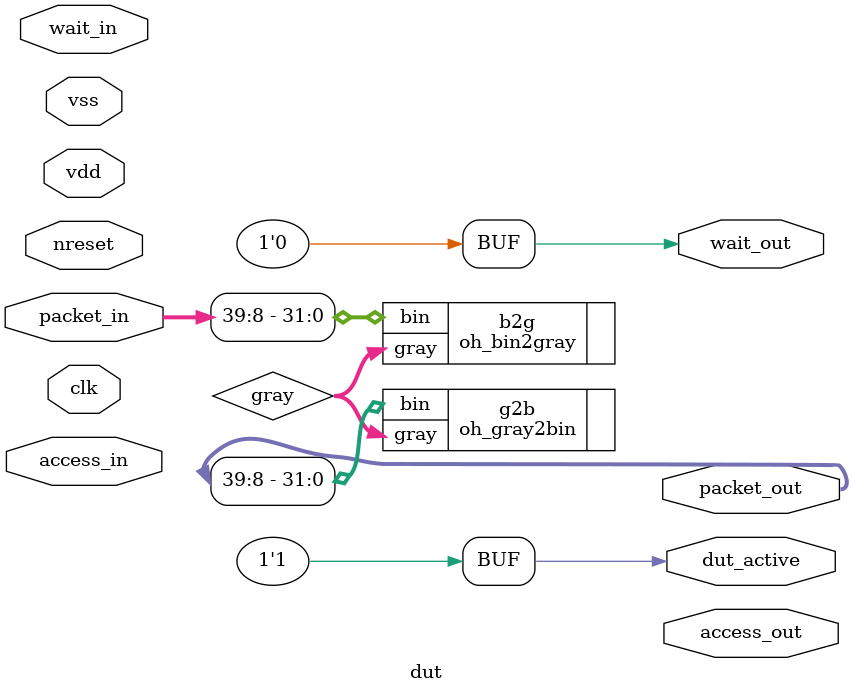
<source format=v>
module dut(/*AUTOARG*/
   // Outputs
   dut_active, wait_out, access_out, packet_out,
   // Inputs
   clk, nreset, vdd, vss, access_in, packet_in, wait_in
   );

   parameter N  = 1;
   parameter PW = 104;
      
   //clock, reset
   input            clk;
   input            nreset;
   input [N*N-1:0]  vdd;
   input 	    vss;
   output 	    dut_active;
   
   //Stimulus Driven Transaction
   input [N-1:0]     access_in;
   input [N*PW-1:0]  packet_in;
   output [N-1:0]    wait_out;

   //DUT driven transactoin
   output [N-1:0]    access_out;
   output [N*PW-1:0] packet_out;
   input [N-1:0]     wait_in;

   /*AUTOINPUT*/
   /*AUTOOUTPUT*/
   /*AUTOWIRE*/

   wire [31:0] 	     gray;
   
   //tie offs for Dv
   assign dut_active   = 1'b1;
   assign wait_out     = 1'b0;

   //convert binary to gray
   oh_bin2gray #(.DW(32))
   b2g (.gray (gray[31:0]),
	.bin  (packet_in[39:8]));
   
   //convert gray back to binary
   oh_gray2bin #(.DW(32))
   g2b(.bin  (packet_out[39:8]),
       .gray (gray[31:0]));

   //check for error
   assign error = |(packet_in[39:8] ^ packet_out[39:8]);
   
endmodule // dut

// Local Variables:
// verilog-library-directories:("." "../hdl" "../../emesh/dv" "../../emesh/hdl")
// End:


</source>
